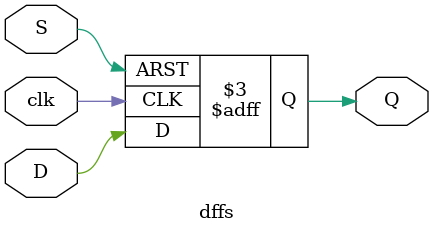
<source format=v>
module dffs(D,clk,S,Q);
input D;      // Data input 
input clk;    // clock input 
input S;      // set input 
output reg Q;     // output Q 

always @(posedge clk or negedge S) 

begin
	if (S == 1'b0) begin // set active low
            Q <= 1'b1;
	end 
	else begin
            Q <= D; 
        end
end 
endmodule 

</source>
